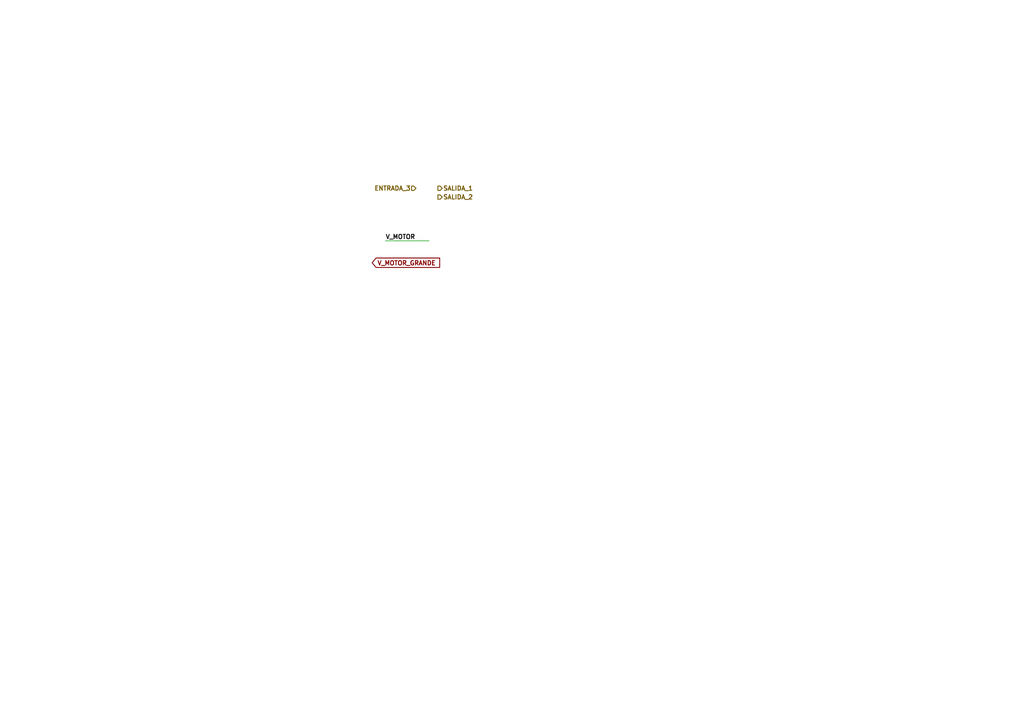
<source format=kicad_sch>
(kicad_sch
	(version 20250114)
	(generator "eeschema")
	(generator_version "9.0")
	(uuid "aca1bc6d-f892-436b-956a-209e9d38e434")
	(paper "A4")
	(lib_symbols)
	(wire
		(pts
			(xy 111.76 69.85) (xy 124.46 69.85)
		)
		(stroke
			(width 0)
			(type default)
		)
		(uuid "dea25ebd-dd99-4a7b-b591-2713b3380bf0")
	)
	(label "V_MOTOR"
		(at 111.76 69.85 0)
		(effects
			(font
				(size 1.27 1.27)
				(thickness 0.254)
				(bold yes)
			)
			(justify left bottom)
		)
		(uuid "cc417f87-bee1-4a75-a570-0ac39921b290")
	)
	(global_label "V_MOTOR_GRANDE"
		(shape input)
		(at 107.95 76.2 0)
		(fields_autoplaced yes)
		(effects
			(font
				(size 1.27 1.27)
				(thickness 0.254)
				(bold yes)
			)
			(justify left)
		)
		(uuid "bf194f63-2e1f-421d-8f93-853b3e02692a")
		(property "Intersheetrefs" "${INTERSHEET_REFS}"
			(at 128.1631 76.2 0)
			(effects
				(font
					(size 1.27 1.27)
				)
				(justify left)
				(hide yes)
			)
		)
	)
	(hierarchical_label "SALIDA_2"
		(shape output)
		(at 127 57.15 0)
		(effects
			(font
				(size 1.27 1.27)
				(thickness 0.254)
				(bold yes)
			)
			(justify left)
		)
		(uuid "65281c80-06e1-4f80-bdd3-1b5a2c3d239a")
	)
	(hierarchical_label "ENTRADA_3"
		(shape input)
		(at 120.65 54.61 180)
		(effects
			(font
				(size 1.27 1.27)
				(thickness 0.254)
				(bold yes)
			)
			(justify right)
		)
		(uuid "797990b5-b838-4e00-90c6-3a116aab1731")
	)
	(hierarchical_label "SALIDA_1"
		(shape output)
		(at 127 54.61 0)
		(effects
			(font
				(size 1.27 1.27)
				(thickness 0.254)
				(bold yes)
			)
			(justify left)
		)
		(uuid "ec0416ae-05d1-4b4a-b2ea-aea15ece2d01")
	)
)

</source>
